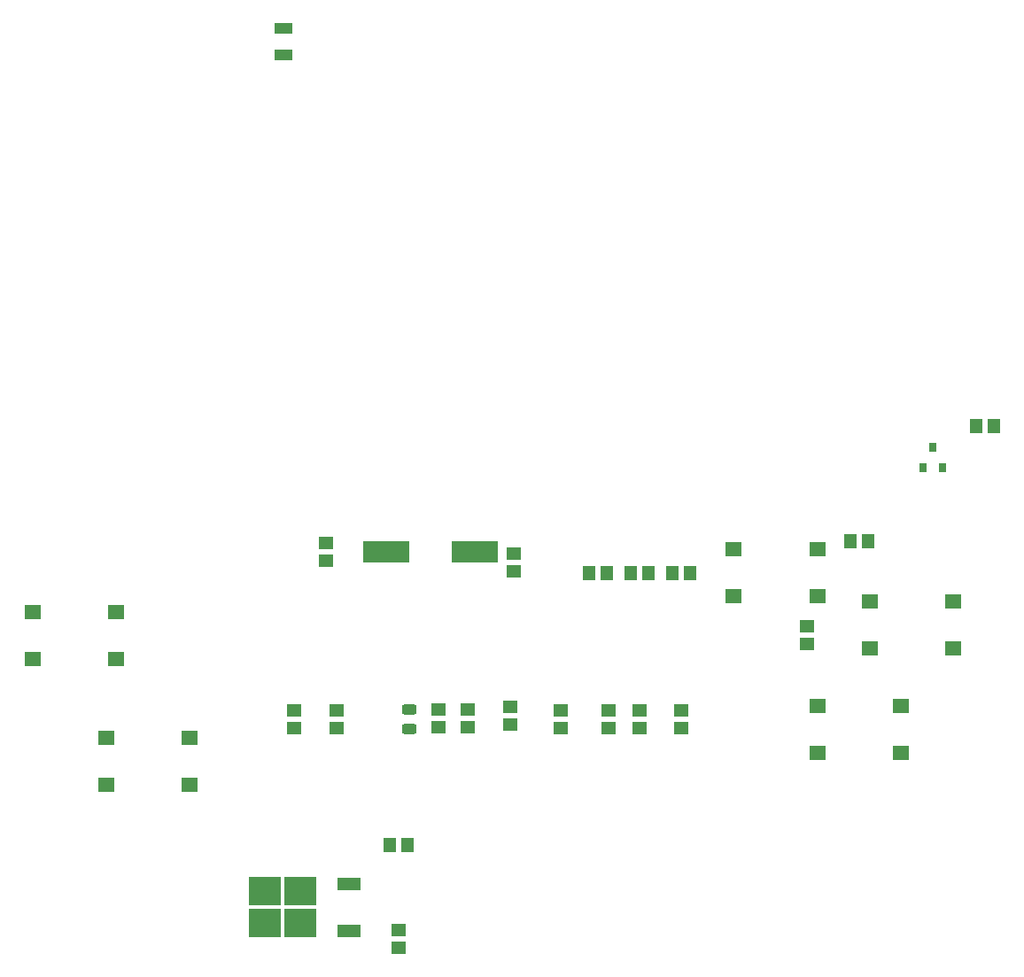
<source format=gbr>
%TF.GenerationSoftware,KiCad,Pcbnew,(6.0.5)*%
%TF.CreationDate,2022-07-18T04:00:38-05:00*%
%TF.ProjectId,First Round Clock,46697273-7420-4526-9f75-6e6420436c6f,rev?*%
%TF.SameCoordinates,PX3dc4fd0PYa381e90*%
%TF.FileFunction,Paste,Top*%
%TF.FilePolarity,Positive*%
%FSLAX46Y46*%
G04 Gerber Fmt 4.6, Leading zero omitted, Abs format (unit mm)*
G04 Created by KiCad (PCBNEW (6.0.5)) date 2022-07-18 04:00:38*
%MOMM*%
%LPD*%
G01*
G04 APERTURE LIST*
G04 Aperture macros list*
%AMRoundRect*
0 Rectangle with rounded corners*
0 $1 Rounding radius*
0 $2 $3 $4 $5 $6 $7 $8 $9 X,Y pos of 4 corners*
0 Add a 4 corners polygon primitive as box body*
4,1,4,$2,$3,$4,$5,$6,$7,$8,$9,$2,$3,0*
0 Add four circle primitives for the rounded corners*
1,1,$1+$1,$2,$3*
1,1,$1+$1,$4,$5*
1,1,$1+$1,$6,$7*
1,1,$1+$1,$8,$9*
0 Add four rect primitives between the rounded corners*
20,1,$1+$1,$2,$3,$4,$5,0*
20,1,$1+$1,$4,$5,$6,$7,0*
20,1,$1+$1,$6,$7,$8,$9,0*
20,1,$1+$1,$8,$9,$2,$3,0*%
G04 Aperture macros list end*
%ADD10R,1.400000X1.150000*%
%ADD11R,1.600000X1.400000*%
%ADD12R,4.500000X2.000000*%
%ADD13R,1.800000X1.000000*%
%ADD14R,3.050000X2.750000*%
%ADD15R,2.200000X1.200000*%
%ADD16R,1.150000X1.400000*%
%ADD17R,0.800000X0.900000*%
%ADD18RoundRect,0.243750X0.456250X-0.243750X0.456250X0.243750X-0.456250X0.243750X-0.456250X-0.243750X0*%
G04 APERTURE END LIST*
D10*
%TO.C,R14*%
X92710000Y46600000D03*
X92710000Y48300000D03*
%TD*%
D11*
%TO.C,SW4*%
X49230000Y41200000D03*
X57230000Y41200000D03*
X49230000Y45700000D03*
X57230000Y45700000D03*
%TD*%
D12*
%TO.C,Y1*%
X75980000Y63450000D03*
X84480000Y63450000D03*
%TD*%
D13*
%TO.C,Y2*%
X66230000Y110950000D03*
X66230000Y113450000D03*
%TD*%
D14*
%TO.C,U1*%
X67805000Y27925000D03*
X67805000Y30975000D03*
X64455000Y27925000D03*
X64455000Y30975000D03*
D15*
X72430000Y27170000D03*
X72430000Y31730000D03*
%TD*%
D10*
%TO.C,R13*%
X71230000Y46600000D03*
X71230000Y48300000D03*
%TD*%
D16*
%TO.C,R1*%
X99380000Y61450000D03*
X101080000Y61450000D03*
%TD*%
%TO.C,C1*%
X103380000Y61450000D03*
X105080000Y61450000D03*
%TD*%
D10*
%TO.C,C6*%
X70230000Y64300000D03*
X70230000Y62600000D03*
%TD*%
%TO.C,R7*%
X116230000Y54600000D03*
X116230000Y56300000D03*
%TD*%
D17*
%TO.C,Q1*%
X127280000Y71450000D03*
X129180000Y71450000D03*
X128230000Y73450000D03*
%TD*%
D10*
%TO.C,C5*%
X83820000Y48348000D03*
X83820000Y46648000D03*
%TD*%
D11*
%TO.C,SW1*%
X117230000Y63700000D03*
X109230000Y63700000D03*
X117230000Y59200000D03*
X109230000Y59200000D03*
%TD*%
D10*
%TO.C,R3*%
X104230000Y46600000D03*
X104230000Y48300000D03*
%TD*%
D18*
%TO.C,D1*%
X78232000Y46512500D03*
X78232000Y48387500D03*
%TD*%
D16*
%TO.C,R5*%
X132380000Y75450000D03*
X134080000Y75450000D03*
%TD*%
D10*
%TO.C,R6*%
X81026000Y46648000D03*
X81026000Y48348000D03*
%TD*%
%TO.C,R4*%
X100230000Y48300000D03*
X100230000Y46600000D03*
%TD*%
%TO.C,C3*%
X77230000Y25600000D03*
X77230000Y27300000D03*
%TD*%
%TO.C,C2*%
X88230000Y63300000D03*
X88230000Y61600000D03*
%TD*%
D11*
%TO.C,SW3*%
X117230000Y44200000D03*
X125230000Y44200000D03*
X117230000Y48700000D03*
X125230000Y48700000D03*
%TD*%
D10*
%TO.C,R10*%
X97230000Y48300000D03*
X97230000Y46600000D03*
%TD*%
D16*
%TO.C,R2*%
X95380000Y61450000D03*
X97080000Y61450000D03*
%TD*%
D10*
%TO.C,R11*%
X67230000Y46600000D03*
X67230000Y48300000D03*
%TD*%
D16*
%TO.C,C4*%
X76380000Y35450000D03*
X78080000Y35450000D03*
%TD*%
D11*
%TO.C,SW2*%
X42230000Y53200000D03*
X50230000Y53200000D03*
X42230000Y57700000D03*
X50230000Y57700000D03*
%TD*%
%TO.C,SW5*%
X122230000Y54200000D03*
X130230000Y54200000D03*
X122230000Y58700000D03*
X130230000Y58700000D03*
%TD*%
D16*
%TO.C,R8*%
X120380000Y64450000D03*
X122080000Y64450000D03*
%TD*%
D10*
%TO.C,R12*%
X87884000Y46902000D03*
X87884000Y48602000D03*
%TD*%
M02*

</source>
